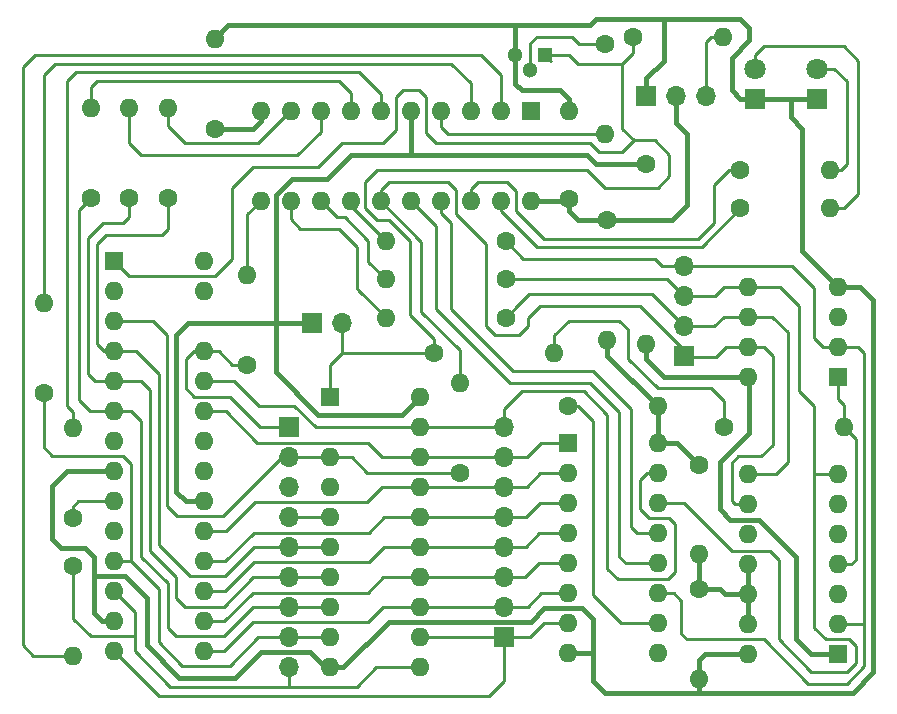
<source format=gbr>
G04 #@! TF.GenerationSoftware,KiCad,Pcbnew,5.1.6-c6e7f7d~87~ubuntu19.10.1*
G04 #@! TF.CreationDate,2020-11-03T03:18:30+01:00*
G04 #@! TF.ProjectId,fusedoctor,66757365-646f-4637-946f-722e6b696361,rev?*
G04 #@! TF.SameCoordinates,Original*
G04 #@! TF.FileFunction,Copper,L2,Bot*
G04 #@! TF.FilePolarity,Positive*
%FSLAX46Y46*%
G04 Gerber Fmt 4.6, Leading zero omitted, Abs format (unit mm)*
G04 Created by KiCad (PCBNEW 5.1.6-c6e7f7d~87~ubuntu19.10.1) date 2020-11-03 03:18:30*
%MOMM*%
%LPD*%
G01*
G04 APERTURE LIST*
G04 #@! TA.AperFunction,ComponentPad*
%ADD10O,1.600000X1.600000*%
G04 #@! TD*
G04 #@! TA.AperFunction,ComponentPad*
%ADD11C,1.600000*%
G04 #@! TD*
G04 #@! TA.AperFunction,ComponentPad*
%ADD12R,1.600000X1.600000*%
G04 #@! TD*
G04 #@! TA.AperFunction,ComponentPad*
%ADD13O,1.700000X1.700000*%
G04 #@! TD*
G04 #@! TA.AperFunction,ComponentPad*
%ADD14R,1.700000X1.700000*%
G04 #@! TD*
G04 #@! TA.AperFunction,ComponentPad*
%ADD15C,1.300000*%
G04 #@! TD*
G04 #@! TA.AperFunction,ComponentPad*
%ADD16R,1.300000X1.300000*%
G04 #@! TD*
G04 #@! TA.AperFunction,ComponentPad*
%ADD17C,1.800000*%
G04 #@! TD*
G04 #@! TA.AperFunction,ComponentPad*
%ADD18R,1.800000X1.800000*%
G04 #@! TD*
G04 #@! TA.AperFunction,Conductor*
%ADD19C,0.250000*%
G04 #@! TD*
G04 #@! TA.AperFunction,Conductor*
%ADD20C,0.400000*%
G04 #@! TD*
G04 APERTURE END LIST*
D10*
G04 #@! TO.P,JP5,2*
G04 #@! TO.N,GND*
X68250000Y-102880000D03*
D11*
G04 #@! TO.P,JP5,1*
X68250000Y-110500000D03*
G04 #@! TD*
D10*
G04 #@! TO.P,R1,2*
G04 #@! TO.N,+12V*
X111250000Y-102750000D03*
D11*
G04 #@! TO.P,R1,1*
G04 #@! TO.N,RESET*
X103630000Y-102750000D03*
G04 #@! TD*
D10*
G04 #@! TO.P,JP2,2*
G04 #@! TO.N,VCC*
X104750000Y-128740000D03*
D11*
G04 #@! TO.P,JP2,1*
X104750000Y-113500000D03*
G04 #@! TD*
D10*
G04 #@! TO.P,JP1,2*
G04 #@! TO.N,+5V*
X101500000Y-128410000D03*
D11*
G04 #@! TO.P,JP1,1*
X101500000Y-118250000D03*
G04 #@! TD*
D10*
G04 #@! TO.P,R8,2*
G04 #@! TO.N,Net-(R8-Pad2)*
X82710000Y-120000000D03*
D11*
G04 #@! TO.P,R8,1*
G04 #@! TO.N,SCI*
X92870000Y-120000000D03*
G04 #@! TD*
D10*
G04 #@! TO.P,R7,2*
G04 #@! TO.N,Net-(R7-Pad2)*
X82710000Y-123250000D03*
D11*
G04 #@! TO.P,R7,1*
G04 #@! TO.N,SDI*
X92870000Y-123250000D03*
G04 #@! TD*
D10*
G04 #@! TO.P,R6,2*
G04 #@! TO.N,Net-(R6-Pad2)*
X82710000Y-126500000D03*
D11*
G04 #@! TO.P,R6,1*
G04 #@! TO.N,SII*
X92870000Y-126500000D03*
G04 #@! TD*
D10*
G04 #@! TO.P,U5,28*
G04 #@! TO.N,N/C*
X67370000Y-121730000D03*
G04 #@! TO.P,U5,14*
G04 #@! TO.N,/Data0*
X59750000Y-154750000D03*
G04 #@! TO.P,U5,27*
G04 #@! TO.N,N/C*
X67370000Y-124270000D03*
G04 #@! TO.P,U5,13*
G04 #@! TO.N,GND*
X59750000Y-152210000D03*
G04 #@! TO.P,U5,12*
G04 #@! TO.N,XA1*
X59750000Y-149670000D03*
G04 #@! TO.P,U5,25*
G04 #@! TO.N,BS2*
X67370000Y-129350000D03*
G04 #@! TO.P,U5,11*
G04 #@! TO.N,XA0*
X59750000Y-147130000D03*
G04 #@! TO.P,U5,24*
G04 #@! TO.N,/Data7*
X67370000Y-131890000D03*
G04 #@! TO.P,U5,10*
G04 #@! TO.N,N/C*
X59750000Y-144590000D03*
G04 #@! TO.P,U5,23*
G04 #@! TO.N,/Data6*
X67370000Y-134430000D03*
G04 #@! TO.P,U5,9*
G04 #@! TO.N,XTAL1*
X59750000Y-142050000D03*
G04 #@! TO.P,U5,22*
G04 #@! TO.N,GND*
X67370000Y-136970000D03*
G04 #@! TO.P,U5,8*
X59750000Y-139510000D03*
G04 #@! TO.P,U5,21*
G04 #@! TO.N,N/C*
X67370000Y-139510000D03*
G04 #@! TO.P,U5,7*
G04 #@! TO.N,VCC*
X59750000Y-136970000D03*
G04 #@! TO.P,U5,20*
X67370000Y-142050000D03*
G04 #@! TO.P,U5,6*
G04 #@! TO.N,BS1*
X59750000Y-134430000D03*
G04 #@! TO.P,U5,19*
G04 #@! TO.N,/Data5*
X67370000Y-144590000D03*
G04 #@! TO.P,U5,5*
G04 #@! TO.N,~WR*
X59750000Y-131890000D03*
G04 #@! TO.P,U5,18*
G04 #@! TO.N,/Data4*
X67370000Y-147130000D03*
G04 #@! TO.P,U5,4*
G04 #@! TO.N,~OE*
X59750000Y-129350000D03*
G04 #@! TO.P,U5,17*
G04 #@! TO.N,/Data3*
X67370000Y-149670000D03*
G04 #@! TO.P,U5,3*
G04 #@! TO.N,RDY*
X59750000Y-126810000D03*
G04 #@! TO.P,U5,16*
G04 #@! TO.N,/Data2*
X67370000Y-152210000D03*
G04 #@! TO.P,U5,2*
G04 #@! TO.N,N/C*
X59750000Y-124270000D03*
G04 #@! TO.P,U5,15*
G04 #@! TO.N,/Data1*
X67370000Y-154750000D03*
D12*
G04 #@! TO.P,U5,1*
G04 #@! TO.N,RESET*
X59750000Y-121730000D03*
G04 #@! TD*
D10*
G04 #@! TO.P,JP4,2*
G04 #@! TO.N,RESET*
X97000000Y-129500000D03*
D11*
G04 #@! TO.P,JP4,1*
X86840000Y-129500000D03*
G04 #@! TD*
D12*
G04 #@! TO.P,U1,1*
G04 #@! TO.N,N/C*
X95000000Y-109000000D03*
D10*
G04 #@! TO.P,U1,11*
G04 #@! TO.N,Net-(R15-Pad2)*
X72140000Y-116620000D03*
G04 #@! TO.P,U1,2*
G04 #@! TO.N,Net-(R9-Pad2)*
X92460000Y-109000000D03*
G04 #@! TO.P,U1,12*
G04 #@! TO.N,Net-(R6-Pad2)*
X74680000Y-116620000D03*
G04 #@! TO.P,U1,3*
G04 #@! TO.N,Net-(R10-Pad2)*
X89920000Y-109000000D03*
G04 #@! TO.P,U1,13*
G04 #@! TO.N,Net-(R7-Pad2)*
X77220000Y-116620000D03*
G04 #@! TO.P,U1,4*
G04 #@! TO.N,Net-(R2-Pad2)*
X87380000Y-109000000D03*
G04 #@! TO.P,U1,14*
G04 #@! TO.N,Net-(R8-Pad2)*
X79760000Y-116620000D03*
G04 #@! TO.P,U1,5*
G04 #@! TO.N,VCC*
X84840000Y-109000000D03*
G04 #@! TO.P,U1,15*
G04 #@! TO.N,RDY*
X82300000Y-116620000D03*
G04 #@! TO.P,U1,6*
G04 #@! TO.N,Net-(R11-Pad2)*
X82300000Y-109000000D03*
G04 #@! TO.P,U1,16*
G04 #@! TO.N,HC_LD*
X84840000Y-116620000D03*
G04 #@! TO.P,U1,7*
G04 #@! TO.N,Net-(R12-Pad2)*
X79760000Y-109000000D03*
G04 #@! TO.P,U1,17*
G04 #@! TO.N,~HC_OE*
X87380000Y-116620000D03*
G04 #@! TO.P,U1,8*
G04 #@! TO.N,Net-(R13-Pad2)*
X77220000Y-109000000D03*
G04 #@! TO.P,U1,18*
G04 #@! TO.N,LEDG*
X89920000Y-116620000D03*
G04 #@! TO.P,U1,9*
G04 #@! TO.N,Net-(R14-Pad2)*
X74680000Y-109000000D03*
G04 #@! TO.P,U1,19*
G04 #@! TO.N,LEDR*
X92460000Y-116620000D03*
G04 #@! TO.P,U1,10*
G04 #@! TO.N,GND*
X72140000Y-109000000D03*
G04 #@! TO.P,U1,20*
G04 #@! TO.N,+5V*
X95000000Y-116620000D03*
G04 #@! TD*
D13*
G04 #@! TO.P,J2,9*
G04 #@! TO.N,XA1*
X74500000Y-156120000D03*
G04 #@! TO.P,J2,8*
G04 #@! TO.N,XA0*
X74500000Y-153580000D03*
G04 #@! TO.P,J2,7*
G04 #@! TO.N,BS1*
X74500000Y-151040000D03*
G04 #@! TO.P,J2,6*
G04 #@! TO.N,~WR*
X74500000Y-148500000D03*
G04 #@! TO.P,J2,5*
G04 #@! TO.N,~OE*
X74500000Y-145960000D03*
G04 #@! TO.P,J2,4*
G04 #@! TO.N,XTAL1*
X74500000Y-143420000D03*
G04 #@! TO.P,J2,3*
G04 #@! TO.N,N/C*
X74500000Y-140880000D03*
G04 #@! TO.P,J2,2*
G04 #@! TO.N,RDY*
X74500000Y-138340000D03*
D14*
G04 #@! TO.P,J2,1*
G04 #@! TO.N,BS2*
X74500000Y-135800000D03*
G04 #@! TD*
D12*
G04 #@! TO.P,U6,1*
G04 #@! TO.N,RESET*
X78000000Y-133250000D03*
D10*
G04 #@! TO.P,U6,11*
G04 #@! TO.N,XA1*
X85620000Y-156110000D03*
G04 #@! TO.P,U6,12*
G04 #@! TO.N,/Data0*
X85620000Y-153570000D03*
G04 #@! TO.P,U6,3*
G04 #@! TO.N,RDY*
X78000000Y-138330000D03*
G04 #@! TO.P,U6,13*
G04 #@! TO.N,/Data1*
X85620000Y-151030000D03*
G04 #@! TO.P,U6,4*
G04 #@! TO.N,N/C*
X78000000Y-140870000D03*
G04 #@! TO.P,U6,14*
G04 #@! TO.N,/Data2*
X85620000Y-148490000D03*
G04 #@! TO.P,U6,5*
G04 #@! TO.N,XTAL1*
X78000000Y-143410000D03*
G04 #@! TO.P,U6,15*
G04 #@! TO.N,/Data3*
X85620000Y-145950000D03*
G04 #@! TO.P,U6,6*
G04 #@! TO.N,~OE*
X78000000Y-145950000D03*
G04 #@! TO.P,U6,16*
G04 #@! TO.N,/Data4*
X85620000Y-143410000D03*
G04 #@! TO.P,U6,7*
G04 #@! TO.N,~WR*
X78000000Y-148490000D03*
G04 #@! TO.P,U6,17*
G04 #@! TO.N,/Data5*
X85620000Y-140870000D03*
G04 #@! TO.P,U6,8*
G04 #@! TO.N,BS1*
X78000000Y-151030000D03*
G04 #@! TO.P,U6,18*
G04 #@! TO.N,/Data6*
X85620000Y-138330000D03*
G04 #@! TO.P,U6,9*
G04 #@! TO.N,XA0*
X78000000Y-153570000D03*
G04 #@! TO.P,U6,19*
G04 #@! TO.N,/Data7*
X85620000Y-135790000D03*
G04 #@! TO.P,U6,10*
G04 #@! TO.N,GND*
X78000000Y-156110000D03*
G04 #@! TO.P,U6,20*
G04 #@! TO.N,VCC*
X85620000Y-133250000D03*
G04 #@! TD*
D15*
G04 #@! TO.P,Q1,2*
G04 #@! TO.N,Net-(Q1-Pad2)*
X94980000Y-105520000D03*
G04 #@! TO.P,Q1,3*
G04 #@! TO.N,GND*
X93710000Y-104250000D03*
D16*
G04 #@! TO.P,Q1,1*
G04 #@! TO.N,RESET*
X96250000Y-104250000D03*
G04 #@! TD*
D11*
G04 #@! TO.P,JP7,1*
G04 #@! TO.N,RDY*
X89000000Y-139620000D03*
D10*
G04 #@! TO.P,JP7,2*
X89000000Y-132000000D03*
G04 #@! TD*
G04 #@! TO.P,JP3,2*
G04 #@! TO.N,RESET*
X121500000Y-135750000D03*
D11*
G04 #@! TO.P,JP3,1*
X111340000Y-135750000D03*
G04 #@! TD*
D10*
G04 #@! TO.P,JP6,2*
G04 #@! TO.N,GND*
X109250000Y-157120000D03*
D11*
G04 #@! TO.P,JP6,1*
X109250000Y-149500000D03*
G04 #@! TD*
D10*
G04 #@! TO.P,R2,2*
G04 #@! TO.N,Net-(R2-Pad2)*
X101250000Y-111000000D03*
D11*
G04 #@! TO.P,R2,1*
G04 #@! TO.N,Net-(Q1-Pad2)*
X101250000Y-103380000D03*
G04 #@! TD*
D13*
G04 #@! TO.P,J5,2*
G04 #@! TO.N,RESET*
X79040000Y-127000000D03*
D14*
G04 #@! TO.P,J5,1*
G04 #@! TO.N,VCC*
X76500000Y-127000000D03*
G04 #@! TD*
D13*
G04 #@! TO.P,J3,4*
G04 #@! TO.N,SCI*
X108000000Y-122130000D03*
G04 #@! TO.P,J3,3*
G04 #@! TO.N,SDI*
X108000000Y-124670000D03*
G04 #@! TO.P,J3,2*
G04 #@! TO.N,SII*
X108000000Y-127210000D03*
D14*
G04 #@! TO.P,J3,1*
G04 #@! TO.N,RDY*
X108000000Y-129750000D03*
G04 #@! TD*
D10*
G04 #@! TO.P,U2,16*
G04 #@! TO.N,+5V*
X105770000Y-137150000D03*
G04 #@! TO.P,U2,8*
G04 #@! TO.N,GND*
X98150000Y-154930000D03*
G04 #@! TO.P,U2,15*
G04 #@! TO.N,/Data7*
X105770000Y-139690000D03*
G04 #@! TO.P,U2,7*
G04 #@! TO.N,/Data0*
X98150000Y-152390000D03*
G04 #@! TO.P,U2,14*
G04 #@! TO.N,SDI*
X105770000Y-142230000D03*
G04 #@! TO.P,U2,6*
G04 #@! TO.N,/Data1*
X98150000Y-149850000D03*
G04 #@! TO.P,U2,13*
G04 #@! TO.N,~HC_OE*
X105770000Y-144770000D03*
G04 #@! TO.P,U2,5*
G04 #@! TO.N,/Data2*
X98150000Y-147310000D03*
G04 #@! TO.P,U2,12*
G04 #@! TO.N,HC_LD*
X105770000Y-147310000D03*
G04 #@! TO.P,U2,4*
G04 #@! TO.N,/Data3*
X98150000Y-144770000D03*
G04 #@! TO.P,U2,11*
G04 #@! TO.N,SCI*
X105770000Y-149850000D03*
G04 #@! TO.P,U2,3*
G04 #@! TO.N,/Data4*
X98150000Y-142230000D03*
G04 #@! TO.P,U2,10*
G04 #@! TO.N,Net-(R5-Pad1)*
X105770000Y-152390000D03*
G04 #@! TO.P,U2,2*
G04 #@! TO.N,/Data5*
X98150000Y-139690000D03*
G04 #@! TO.P,U2,9*
G04 #@! TO.N,N/C*
X105770000Y-154930000D03*
D12*
G04 #@! TO.P,U2,1*
G04 #@! TO.N,/Data6*
X98150000Y-137150000D03*
G04 #@! TD*
D10*
G04 #@! TO.P,C2,2*
G04 #@! TO.N,GND*
X109250000Y-146500000D03*
D11*
G04 #@! TO.P,C2,1*
G04 #@! TO.N,+5V*
X109250000Y-139000000D03*
G04 #@! TD*
D10*
G04 #@! TO.P,C1,2*
G04 #@! TO.N,GND*
X98250000Y-109000000D03*
D11*
G04 #@! TO.P,C1,1*
G04 #@! TO.N,+5V*
X98250000Y-116500000D03*
G04 #@! TD*
D10*
G04 #@! TO.P,R14,2*
G04 #@! TO.N,Net-(R14-Pad2)*
X64250000Y-108750000D03*
D11*
G04 #@! TO.P,R14,1*
G04 #@! TO.N,~OE*
X64250000Y-116370000D03*
G04 #@! TD*
D13*
G04 #@! TO.P,J1,8*
G04 #@! TO.N,/Data7*
X92750000Y-135760000D03*
G04 #@! TO.P,J1,7*
G04 #@! TO.N,/Data6*
X92750000Y-138300000D03*
G04 #@! TO.P,J1,6*
G04 #@! TO.N,/Data5*
X92750000Y-140840000D03*
G04 #@! TO.P,J1,5*
G04 #@! TO.N,/Data4*
X92750000Y-143380000D03*
G04 #@! TO.P,J1,4*
G04 #@! TO.N,/Data3*
X92750000Y-145920000D03*
G04 #@! TO.P,J1,3*
G04 #@! TO.N,/Data2*
X92750000Y-148460000D03*
G04 #@! TO.P,J1,2*
G04 #@! TO.N,/Data1*
X92750000Y-151000000D03*
D14*
G04 #@! TO.P,J1,1*
G04 #@! TO.N,/Data0*
X92750000Y-153540000D03*
G04 #@! TD*
D10*
G04 #@! TO.P,R15,2*
G04 #@! TO.N,Net-(R15-Pad2)*
X71000000Y-122880000D03*
D11*
G04 #@! TO.P,R15,1*
G04 #@! TO.N,BS2*
X71000000Y-130500000D03*
G04 #@! TD*
D10*
G04 #@! TO.P,R10,2*
G04 #@! TO.N,Net-(R10-Pad2)*
X53750000Y-125250000D03*
D11*
G04 #@! TO.P,R10,1*
G04 #@! TO.N,XA0*
X53750000Y-132870000D03*
G04 #@! TD*
D10*
G04 #@! TO.P,R9,2*
G04 #@! TO.N,Net-(R9-Pad2)*
X56250000Y-155120000D03*
D11*
G04 #@! TO.P,R9,1*
G04 #@! TO.N,XA1*
X56250000Y-147500000D03*
G04 #@! TD*
G04 #@! TO.P,R5,1*
G04 #@! TO.N,Net-(R5-Pad1)*
X98130000Y-134000000D03*
D10*
G04 #@! TO.P,R5,2*
G04 #@! TO.N,+5V*
X105750000Y-134000000D03*
G04 #@! TD*
G04 #@! TO.P,R4,2*
G04 #@! TO.N,Net-(D2-Pad2)*
X120370000Y-117250000D03*
D11*
G04 #@! TO.P,R4,1*
G04 #@! TO.N,LEDR*
X112750000Y-117250000D03*
G04 #@! TD*
D10*
G04 #@! TO.P,R3,2*
G04 #@! TO.N,Net-(D1-Pad2)*
X120370000Y-114000000D03*
D11*
G04 #@! TO.P,R3,1*
G04 #@! TO.N,LEDG*
X112750000Y-114000000D03*
G04 #@! TD*
D17*
G04 #@! TO.P,D2,2*
G04 #@! TO.N,Net-(D2-Pad2)*
X114000000Y-105460000D03*
D18*
G04 #@! TO.P,D2,1*
G04 #@! TO.N,GND*
X114000000Y-108000000D03*
G04 #@! TD*
D17*
G04 #@! TO.P,D1,2*
G04 #@! TO.N,Net-(D1-Pad2)*
X119250000Y-105460000D03*
D18*
G04 #@! TO.P,D1,1*
G04 #@! TO.N,GND*
X119250000Y-108000000D03*
G04 #@! TD*
D13*
G04 #@! TO.P,J4,3*
G04 #@! TO.N,+12V*
X109830000Y-107750000D03*
G04 #@! TO.P,J4,2*
G04 #@! TO.N,+5V*
X107290000Y-107750000D03*
D14*
G04 #@! TO.P,J4,1*
G04 #@! TO.N,GND*
X104750000Y-107750000D03*
G04 #@! TD*
D12*
G04 #@! TO.P,U4,1*
G04 #@! TO.N,VCC*
X121000000Y-155000000D03*
D10*
G04 #@! TO.P,U4,8*
G04 #@! TO.N,SII*
X113380000Y-139760000D03*
G04 #@! TO.P,U4,2*
G04 #@! TO.N,SCI*
X121000000Y-152460000D03*
G04 #@! TO.P,U4,9*
G04 #@! TO.N,RDY*
X113380000Y-142300000D03*
G04 #@! TO.P,U4,3*
G04 #@! TO.N,N/C*
X121000000Y-149920000D03*
G04 #@! TO.P,U4,10*
X113380000Y-144840000D03*
G04 #@! TO.P,U4,4*
G04 #@! TO.N,RESET*
X121000000Y-147380000D03*
G04 #@! TO.P,U4,11*
G04 #@! TO.N,GND*
X113380000Y-147380000D03*
G04 #@! TO.P,U4,5*
G04 #@! TO.N,N/C*
X121000000Y-144840000D03*
G04 #@! TO.P,U4,12*
G04 #@! TO.N,GND*
X113380000Y-149920000D03*
G04 #@! TO.P,U4,6*
G04 #@! TO.N,N/C*
X121000000Y-142300000D03*
G04 #@! TO.P,U4,13*
G04 #@! TO.N,GND*
X113380000Y-152460000D03*
G04 #@! TO.P,U4,7*
G04 #@! TO.N,SDI*
X121000000Y-139760000D03*
G04 #@! TO.P,U4,14*
G04 #@! TO.N,GND*
X113380000Y-155000000D03*
G04 #@! TD*
D12*
G04 #@! TO.P,U3,1*
G04 #@! TO.N,RESET*
X121000000Y-131500000D03*
D10*
G04 #@! TO.P,U3,5*
G04 #@! TO.N,SDI*
X113380000Y-123880000D03*
G04 #@! TO.P,U3,2*
G04 #@! TO.N,SCI*
X121000000Y-128960000D03*
G04 #@! TO.P,U3,6*
G04 #@! TO.N,SII*
X113380000Y-126420000D03*
G04 #@! TO.P,U3,3*
G04 #@! TO.N,N/C*
X121000000Y-126420000D03*
G04 #@! TO.P,U3,7*
G04 #@! TO.N,RDY*
X113380000Y-128960000D03*
G04 #@! TO.P,U3,4*
G04 #@! TO.N,GND*
X121000000Y-123880000D03*
G04 #@! TO.P,U3,8*
G04 #@! TO.N,VCC*
X113380000Y-131500000D03*
G04 #@! TD*
G04 #@! TO.P,R13,2*
G04 #@! TO.N,Net-(R13-Pad2)*
X61000000Y-108750000D03*
D11*
G04 #@! TO.P,R13,1*
G04 #@! TO.N,~WR*
X61000000Y-116370000D03*
G04 #@! TD*
G04 #@! TO.P,R12,1*
G04 #@! TO.N,BS1*
X57750000Y-116370000D03*
D10*
G04 #@! TO.P,R12,2*
G04 #@! TO.N,Net-(R12-Pad2)*
X57750000Y-108750000D03*
G04 #@! TD*
G04 #@! TO.P,R11,2*
G04 #@! TO.N,Net-(R11-Pad2)*
X56250000Y-135880000D03*
D11*
G04 #@! TO.P,R11,1*
G04 #@! TO.N,XTAL1*
X56250000Y-143500000D03*
G04 #@! TD*
D19*
G04 #@! TO.N,/Data7*
X92720000Y-135790000D02*
X92750000Y-135760000D01*
X85620000Y-135790000D02*
X92720000Y-135790000D01*
X69890000Y-131890000D02*
X67370000Y-131890000D01*
X72000000Y-134000000D02*
X69890000Y-131890000D01*
X75000000Y-134000000D02*
X72000000Y-134000000D01*
X76790000Y-135790000D02*
X75000000Y-134000000D01*
X85620000Y-135790000D02*
X76790000Y-135790000D01*
X92750000Y-134250000D02*
X92750000Y-135760000D01*
X94250000Y-132750000D02*
X92750000Y-134250000D01*
X105770000Y-139690000D02*
X104810000Y-139690000D01*
X104810000Y-139690000D02*
X104250000Y-140250000D01*
X107250000Y-148000000D02*
X106650000Y-148600000D01*
X104250000Y-142750000D02*
X105000000Y-143500000D01*
X104250000Y-140250000D02*
X104250000Y-142750000D01*
X105000000Y-143500000D02*
X106750000Y-143500000D01*
X106750000Y-143500000D02*
X107250000Y-144000000D01*
X106650000Y-148600000D02*
X102350000Y-148600000D01*
X102350000Y-148600000D02*
X101500000Y-147750000D01*
X101500000Y-147750000D02*
X101500000Y-134750000D01*
X107250000Y-144000000D02*
X107250000Y-148000000D01*
X101500000Y-134750000D02*
X99500000Y-132750000D01*
X99500000Y-132750000D02*
X94250000Y-132750000D01*
G04 #@! TO.N,/Data6*
X96600000Y-137150000D02*
X98150000Y-137150000D01*
X92720000Y-138330000D02*
X92750000Y-138300000D01*
X85620000Y-138330000D02*
X92720000Y-138330000D01*
X92750000Y-138300000D02*
X94700000Y-138300000D01*
X95850000Y-137150000D02*
X96600000Y-137150000D01*
X94700000Y-138300000D02*
X95850000Y-137150000D01*
X85620000Y-138330000D02*
X82445000Y-138330000D01*
X69180000Y-134430000D02*
X67370000Y-134430000D01*
X71850000Y-137100000D02*
X69180000Y-134430000D01*
X82445000Y-138330000D02*
X81215000Y-137100000D01*
X81215000Y-137100000D02*
X71850000Y-137100000D01*
G04 #@! TO.N,/Data5*
X98150000Y-139690000D02*
X96810000Y-139690000D01*
X92720000Y-140870000D02*
X92750000Y-140840000D01*
X85620000Y-140870000D02*
X92720000Y-140870000D01*
X92750000Y-140840000D02*
X94660000Y-140840000D01*
X95810000Y-139690000D02*
X96810000Y-139690000D01*
X94660000Y-140840000D02*
X95810000Y-139690000D01*
X69160000Y-144590000D02*
X67370000Y-144590000D01*
X81150000Y-142100000D02*
X71650000Y-142100000D01*
X82380000Y-140870000D02*
X81150000Y-142100000D01*
X71650000Y-142100000D02*
X69160000Y-144590000D01*
X85620000Y-140870000D02*
X82380000Y-140870000D01*
G04 #@! TO.N,/Data4*
X98150000Y-142230000D02*
X96645000Y-142230000D01*
X92720000Y-143410000D02*
X92750000Y-143380000D01*
X85620000Y-143410000D02*
X92720000Y-143410000D01*
X92750000Y-143380000D02*
X94620000Y-143380000D01*
X95770000Y-142230000D02*
X96645000Y-142230000D01*
X94620000Y-143380000D02*
X95770000Y-142230000D01*
X69120000Y-147130000D02*
X67370000Y-147130000D01*
X81300000Y-144700000D02*
X71550000Y-144700000D01*
X82590000Y-143410000D02*
X81300000Y-144700000D01*
X85620000Y-143410000D02*
X82590000Y-143410000D01*
X71550000Y-144700000D02*
X69120000Y-147130000D01*
G04 #@! TO.N,/Data3*
X98150000Y-144770000D02*
X96730000Y-144770000D01*
X92720000Y-145950000D02*
X92750000Y-145920000D01*
X85620000Y-145950000D02*
X92720000Y-145950000D01*
X92750000Y-145920000D02*
X94580000Y-145920000D01*
X95730000Y-144770000D02*
X96730000Y-144770000D01*
X94580000Y-145920000D02*
X95730000Y-144770000D01*
X69080000Y-149670000D02*
X67370000Y-149670000D01*
X82550000Y-145950000D02*
X81300000Y-147200000D01*
X81300000Y-147200000D02*
X71550000Y-147200000D01*
X85620000Y-145950000D02*
X82550000Y-145950000D01*
X71550000Y-147200000D02*
X69080000Y-149670000D01*
G04 #@! TO.N,/Data2*
X98150000Y-147310000D02*
X96690000Y-147310000D01*
X92750000Y-148460000D02*
X94540000Y-148460000D01*
X95690000Y-147310000D02*
X96690000Y-147310000D01*
X94540000Y-148460000D02*
X95690000Y-147310000D01*
X69040000Y-152210000D02*
X67370000Y-152210000D01*
X81200000Y-149800000D02*
X71450000Y-149800000D01*
X82510000Y-148490000D02*
X81200000Y-149800000D01*
X85620000Y-148490000D02*
X82510000Y-148490000D01*
X85620000Y-148490000D02*
X92720000Y-148490000D01*
X92720000Y-148490000D02*
X92750000Y-148460000D01*
X71450000Y-149800000D02*
X69040000Y-152210000D01*
G04 #@! TO.N,SII*
X93870000Y-125500000D02*
X92870000Y-126500000D01*
X113380000Y-126420000D02*
X111330000Y-126420000D01*
X111330000Y-126420000D02*
X110540000Y-127210000D01*
X110540000Y-127210000D02*
X108000000Y-127210000D01*
X113390000Y-139750000D02*
X113380000Y-139760000D01*
X115750000Y-139750000D02*
X113390000Y-139750000D01*
X116750000Y-138750000D02*
X115750000Y-139750000D01*
X115420000Y-126420000D02*
X116750000Y-127750000D01*
X116750000Y-127750000D02*
X116750000Y-138750000D01*
X113380000Y-126420000D02*
X115420000Y-126420000D01*
X108000000Y-127210000D02*
X105290000Y-124500000D01*
X94870000Y-124500000D02*
X93870000Y-125500000D01*
X105290000Y-124500000D02*
X94870000Y-124500000D01*
G04 #@! TO.N,SDI*
X111380000Y-123880000D02*
X113380000Y-123880000D01*
X110590000Y-124670000D02*
X111380000Y-123880000D01*
X108000000Y-124670000D02*
X110590000Y-124670000D01*
X119010000Y-139760000D02*
X121000000Y-139760000D01*
X119010000Y-139760000D02*
X119010000Y-152760000D01*
X119010000Y-152760000D02*
X120000000Y-153750000D01*
X112000000Y-146250000D02*
X107980000Y-142230000D01*
X120000000Y-153750000D02*
X121935002Y-153750000D01*
X121935002Y-153750000D02*
X122500000Y-154314998D01*
X122500000Y-154314998D02*
X122500000Y-155750000D01*
X116000000Y-153750000D02*
X116000000Y-147000000D01*
X122500000Y-155750000D02*
X121750000Y-156500000D01*
X121750000Y-156500000D02*
X118750000Y-156500000D01*
X118750000Y-156500000D02*
X116000000Y-153750000D01*
X116000000Y-147000000D02*
X115250000Y-146250000D01*
X115250000Y-146250000D02*
X112000000Y-146250000D01*
X107980000Y-142230000D02*
X105770000Y-142230000D01*
X117750000Y-125500000D02*
X117750000Y-132750000D01*
X117750000Y-132750000D02*
X119010000Y-134010000D01*
X116130000Y-123880000D02*
X117750000Y-125500000D01*
X119010000Y-134010000D02*
X119010000Y-139760000D01*
X113380000Y-123880000D02*
X116130000Y-123880000D01*
X106580000Y-123250000D02*
X108000000Y-124670000D01*
X92870000Y-123250000D02*
X106580000Y-123250000D01*
G04 #@! TO.N,XA1*
X74500000Y-157750000D02*
X74500000Y-156080000D01*
X80250000Y-157750000D02*
X74500000Y-157750000D01*
X81890000Y-156110000D02*
X80250000Y-157750000D01*
X85620000Y-156110000D02*
X81890000Y-156110000D01*
X64500000Y-157750000D02*
X74500000Y-157750000D01*
X61500000Y-154750000D02*
X64500000Y-157750000D01*
X59750000Y-149670000D02*
X61500000Y-151420000D01*
X56250000Y-147500000D02*
X56250000Y-152000000D01*
X57750000Y-153500000D02*
X61500000Y-153500000D01*
X56250000Y-152000000D02*
X57750000Y-153500000D01*
X61500000Y-153500000D02*
X61500000Y-154750000D01*
X61500000Y-151420000D02*
X61500000Y-153500000D01*
G04 #@! TO.N,XA0*
X61130000Y-147130000D02*
X59750000Y-147130000D01*
X63500000Y-149500000D02*
X61130000Y-147130000D01*
X63500000Y-154000000D02*
X63500000Y-149500000D01*
X69500000Y-156000000D02*
X65500000Y-156000000D01*
X71940000Y-153560000D02*
X69500000Y-156000000D01*
X73250000Y-153560000D02*
X71940000Y-153560000D01*
X73260000Y-153570000D02*
X73250000Y-153560000D01*
X65500000Y-156000000D02*
X63500000Y-154000000D01*
X78000000Y-153570000D02*
X73260000Y-153570000D01*
X54500000Y-138250000D02*
X53750000Y-137500000D01*
X60500000Y-138250000D02*
X54500000Y-138250000D01*
X61130000Y-138880000D02*
X60500000Y-138250000D01*
X61130000Y-147130000D02*
X61130000Y-138880000D01*
X53750000Y-137500000D02*
X53750000Y-132870000D01*
G04 #@! TO.N,BS1*
X78000000Y-151030000D02*
X77990000Y-151020000D01*
X61180000Y-134430000D02*
X59750000Y-134430000D01*
X77990000Y-151020000D02*
X71480000Y-151020000D01*
X69000000Y-153500000D02*
X65000000Y-153500000D01*
X71480000Y-151020000D02*
X69000000Y-153500000D01*
X64250000Y-149000000D02*
X62000000Y-146750000D01*
X65000000Y-153500000D02*
X64250000Y-152750000D01*
X64250000Y-152750000D02*
X64250000Y-149000000D01*
X62000000Y-146750000D02*
X62000000Y-135250000D01*
X62000000Y-135250000D02*
X61180000Y-134430000D01*
X57680000Y-134430000D02*
X59750000Y-134430000D01*
X56750000Y-133500000D02*
X57680000Y-134430000D01*
X56750000Y-117370000D02*
X56750000Y-133500000D01*
X57750000Y-116370000D02*
X56750000Y-117370000D01*
G04 #@! TO.N,SCI*
X121210000Y-152460000D02*
X121000000Y-152460000D01*
X121000000Y-128960000D02*
X120290000Y-128960000D01*
X105770000Y-149850000D02*
X106400000Y-149850000D01*
X119710000Y-128960000D02*
X121000000Y-128960000D01*
X119000000Y-128250000D02*
X119710000Y-128960000D01*
X119000000Y-124000000D02*
X119000000Y-128250000D01*
X117130000Y-122130000D02*
X119000000Y-124000000D01*
X108000000Y-122130000D02*
X117130000Y-122130000D01*
X123250000Y-152460000D02*
X121000000Y-152460000D01*
X122460000Y-128960000D02*
X121000000Y-128960000D01*
X122710000Y-128960000D02*
X122460000Y-128960000D01*
X123250000Y-129500000D02*
X122710000Y-128960000D01*
X123250000Y-152460000D02*
X123250000Y-129500000D01*
X108250000Y-153750000D02*
X107750000Y-153250000D01*
X107750000Y-150500000D02*
X107100000Y-149850000D01*
X114750000Y-153750000D02*
X108250000Y-153750000D01*
X118500000Y-157500000D02*
X114750000Y-153750000D01*
X121750000Y-157500000D02*
X118500000Y-157500000D01*
X107100000Y-149850000D02*
X105770000Y-149850000D01*
X107750000Y-153250000D02*
X107750000Y-150500000D01*
X123250000Y-156000000D02*
X121750000Y-157500000D01*
X123250000Y-152460000D02*
X123250000Y-156000000D01*
X108000000Y-122130000D02*
X106130000Y-122130000D01*
X106130000Y-122130000D02*
X105500000Y-121500000D01*
X94370000Y-121500000D02*
X92870000Y-120000000D01*
X105500000Y-121500000D02*
X94370000Y-121500000D01*
G04 #@! TO.N,RDY*
X108750000Y-129830000D02*
X110670000Y-129830000D01*
X110670000Y-129830000D02*
X111540000Y-128960000D01*
X111540000Y-128960000D02*
X113380000Y-128960000D01*
X112300000Y-142300000D02*
X113380000Y-142300000D01*
X112000000Y-142000000D02*
X112300000Y-142300000D01*
X112000000Y-138812500D02*
X112000000Y-142000000D01*
X112562500Y-138250000D02*
X112000000Y-138812500D01*
X114500000Y-138250000D02*
X112562500Y-138250000D01*
X115500000Y-137250000D02*
X114500000Y-138250000D01*
X115500000Y-129750000D02*
X115500000Y-137250000D01*
X114710000Y-128960000D02*
X115500000Y-129750000D01*
X113380000Y-128960000D02*
X114710000Y-128960000D01*
X74510000Y-138330000D02*
X74500000Y-138340000D01*
X79830000Y-138330000D02*
X78000000Y-138330000D01*
X78000000Y-138330000D02*
X74510000Y-138330000D01*
X89000000Y-139620000D02*
X81120000Y-139620000D01*
X81120000Y-139620000D02*
X79830000Y-138330000D01*
X85750000Y-120070000D02*
X82300000Y-116620000D01*
X85750000Y-126000000D02*
X85750000Y-120070000D01*
X89000000Y-129250000D02*
X85750000Y-126000000D01*
X89000000Y-132000000D02*
X89000000Y-129250000D01*
X73910000Y-138340000D02*
X74500000Y-138340000D01*
X68950000Y-143300000D02*
X73910000Y-138340000D01*
X65050000Y-143300000D02*
X68950000Y-143300000D01*
X64224990Y-142474990D02*
X65050000Y-143300000D01*
X64224990Y-127974990D02*
X64224990Y-142474990D01*
X63060000Y-126810000D02*
X64224990Y-127974990D01*
X59750000Y-126810000D02*
X63060000Y-126810000D01*
X82300000Y-115700000D02*
X82300000Y-116620000D01*
X83000000Y-115000000D02*
X82300000Y-115700000D01*
X108000000Y-129750000D02*
X108000000Y-129250000D01*
X108000000Y-129250000D02*
X104250000Y-125500000D01*
X91250000Y-127250000D02*
X91250000Y-120250000D01*
X95750000Y-125500000D02*
X94750000Y-126500000D01*
X94750000Y-127250000D02*
X94000000Y-128000000D01*
X94000000Y-128000000D02*
X92000000Y-128000000D01*
X94750000Y-126500000D02*
X94750000Y-127250000D01*
X92000000Y-128000000D02*
X91250000Y-127250000D01*
X88700000Y-115700000D02*
X88000000Y-115000000D01*
X104250000Y-125500000D02*
X95750000Y-125500000D01*
X91250000Y-120250000D02*
X88700000Y-117700000D01*
X88700000Y-117700000D02*
X88700000Y-115700000D01*
X88000000Y-115000000D02*
X83000000Y-115000000D01*
D20*
G04 #@! TO.N,GND*
X117000000Y-108000000D02*
X119250000Y-108000000D01*
X114000000Y-108000000D02*
X117000000Y-108000000D01*
X117000000Y-108000000D02*
X117000000Y-109500000D01*
X118000000Y-110500000D02*
X118000000Y-120880000D01*
X117000000Y-109500000D02*
X118000000Y-110500000D01*
X118000000Y-120880000D02*
X121000000Y-123880000D01*
X124000000Y-125000000D02*
X124000000Y-156500000D01*
X122880000Y-123880000D02*
X124000000Y-125000000D01*
X121000000Y-123880000D02*
X122880000Y-123880000D01*
X109250000Y-155500000D02*
X109250000Y-158250000D01*
X109750000Y-155000000D02*
X109250000Y-155500000D01*
X113380000Y-155000000D02*
X109750000Y-155000000D01*
X122250000Y-158250000D02*
X109250000Y-158250000D01*
X124000000Y-156500000D02*
X122250000Y-158250000D01*
X109250000Y-149500000D02*
X111000000Y-149500000D01*
X111420000Y-149920000D02*
X113380000Y-149920000D01*
X111000000Y-149500000D02*
X111420000Y-149920000D01*
X113380000Y-147380000D02*
X113380000Y-149920000D01*
X113380000Y-149920000D02*
X113380000Y-152460000D01*
X100250000Y-157250000D02*
X101250000Y-158250000D01*
X109250000Y-158250000D02*
X101250000Y-158250000D01*
X100180000Y-154930000D02*
X100250000Y-155000000D01*
X98150000Y-154930000D02*
X100180000Y-154930000D01*
X100250000Y-155000000D02*
X100250000Y-157250000D01*
X109250000Y-146500000D02*
X109250000Y-149500000D01*
X58000000Y-148500000D02*
X58000000Y-151250000D01*
X58710000Y-152210000D02*
X59750000Y-152210000D01*
X58000000Y-151500000D02*
X58710000Y-152210000D01*
X58000000Y-151250000D02*
X58000000Y-151500000D01*
X58000000Y-146750000D02*
X58000000Y-151250000D01*
X55250000Y-146000000D02*
X57250000Y-146000000D01*
X54500000Y-145250000D02*
X55250000Y-146000000D01*
X54500000Y-140750000D02*
X54500000Y-145250000D01*
X55740000Y-139510000D02*
X54500000Y-140750000D01*
X57250000Y-146000000D02*
X58000000Y-146750000D01*
X59750000Y-139510000D02*
X55740000Y-139510000D01*
X72140000Y-109860000D02*
X72140000Y-109000000D01*
X71500000Y-110500000D02*
X72140000Y-109860000D01*
X71500000Y-110500000D02*
X68250000Y-110500000D01*
X93710000Y-104250000D02*
X93710000Y-106710000D01*
X93710000Y-106710000D02*
X94250000Y-107250000D01*
X94250000Y-107250000D02*
X97500000Y-107250000D01*
X98250000Y-108000000D02*
X98250000Y-109000000D01*
X97500000Y-107250000D02*
X98250000Y-108000000D01*
X112000000Y-104500000D02*
X112000000Y-107250000D01*
X113500000Y-103000000D02*
X112000000Y-104500000D01*
X113500000Y-102000000D02*
X113500000Y-103000000D01*
X112750000Y-101250000D02*
X113500000Y-102000000D01*
X106250000Y-101250000D02*
X112750000Y-101250000D01*
X106250000Y-104750000D02*
X106250000Y-101250000D01*
X112750000Y-108000000D02*
X114000000Y-108000000D01*
X104750000Y-106250000D02*
X106250000Y-104750000D01*
X112000000Y-107250000D02*
X112750000Y-108000000D01*
X104750000Y-107750000D02*
X104750000Y-106250000D01*
X100000000Y-101750000D02*
X69380000Y-101750000D01*
X100500000Y-101250000D02*
X100000000Y-101750000D01*
X69380000Y-101750000D02*
X68250000Y-102880000D01*
X106250000Y-101250000D02*
X100500000Y-101250000D01*
X93710000Y-104250000D02*
X93710000Y-101750000D01*
X79140000Y-156110000D02*
X78000000Y-156110000D01*
X82996799Y-152253201D02*
X79140000Y-156110000D01*
X94996799Y-152253201D02*
X82996799Y-152253201D01*
X99350000Y-151100000D02*
X96150000Y-151100000D01*
X96150000Y-151100000D02*
X94996799Y-152253201D01*
X100250000Y-152000000D02*
X99350000Y-151100000D01*
X100250000Y-155000000D02*
X100250000Y-152000000D01*
X60650000Y-148400000D02*
X58100000Y-148400000D01*
X62500000Y-150250000D02*
X60650000Y-148400000D01*
X65250000Y-157000000D02*
X62500000Y-154250000D01*
X70000000Y-157000000D02*
X65250000Y-157000000D01*
X58100000Y-148400000D02*
X58030001Y-148469999D01*
X72150000Y-154850000D02*
X70000000Y-157000000D01*
X77610000Y-156110000D02*
X76350000Y-154850000D01*
X62500000Y-154250000D02*
X62500000Y-150250000D01*
X76350000Y-154850000D02*
X72150000Y-154850000D01*
X78000000Y-156110000D02*
X77610000Y-156110000D01*
G04 #@! TO.N,VCC*
X121000000Y-155000000D02*
X121500000Y-155000000D01*
X113380000Y-131500000D02*
X106250000Y-131500000D01*
X104750000Y-130000000D02*
X104750000Y-128870000D01*
X106250000Y-131500000D02*
X104750000Y-130000000D01*
X84840000Y-112750000D02*
X84840000Y-109000000D01*
X76500000Y-127000000D02*
X73400000Y-127000000D01*
X79750000Y-112750000D02*
X84840000Y-112750000D01*
X77750000Y-114750000D02*
X79750000Y-112750000D01*
X74750000Y-114750000D02*
X77750000Y-114750000D01*
X73400000Y-116100000D02*
X74750000Y-114750000D01*
X73400000Y-131150000D02*
X73400000Y-116100000D01*
X84120000Y-134750000D02*
X77000000Y-134750000D01*
X77000000Y-134750000D02*
X73400000Y-131150000D01*
X85620000Y-133250000D02*
X84120000Y-134750000D01*
X99750000Y-112750000D02*
X84840000Y-112750000D01*
X100500000Y-113500000D02*
X99750000Y-112750000D01*
X104750000Y-113500000D02*
X100500000Y-113500000D01*
X66000000Y-127000000D02*
X73400000Y-127000000D01*
X65800000Y-142050000D02*
X65000000Y-141250000D01*
X65000000Y-128000000D02*
X66000000Y-127000000D01*
X65000000Y-141250000D02*
X65000000Y-128000000D01*
X67370000Y-142050000D02*
X65800000Y-142050000D01*
X117500000Y-146750000D02*
X117500000Y-153750000D01*
X114350000Y-143600000D02*
X117500000Y-146750000D01*
X117500000Y-153750000D02*
X118750000Y-155000000D01*
X111000000Y-142750000D02*
X111850000Y-143600000D01*
X113500000Y-136250000D02*
X111000000Y-138750000D01*
X111850000Y-143600000D02*
X114350000Y-143600000D01*
X113500000Y-131620000D02*
X113500000Y-136250000D01*
X118750000Y-155000000D02*
X121000000Y-155000000D01*
X111000000Y-138750000D02*
X111000000Y-142750000D01*
X113380000Y-131500000D02*
X113500000Y-131620000D01*
D19*
G04 #@! TO.N,RESET*
X96750000Y-104750000D02*
X96250000Y-104250000D01*
X96250000Y-104250000D02*
X98250000Y-104250000D01*
X98250000Y-104250000D02*
X99000000Y-105000000D01*
X99000000Y-105000000D02*
X102750000Y-105000000D01*
X103630000Y-104120000D02*
X103630000Y-102750000D01*
X102750000Y-105000000D02*
X103630000Y-104120000D01*
X102750000Y-110500000D02*
X102750000Y-105000000D01*
X103750000Y-111500000D02*
X102750000Y-110500000D01*
X86840000Y-128340000D02*
X84750000Y-126250000D01*
X81000000Y-115000000D02*
X82000000Y-114000000D01*
X101250000Y-115500000D02*
X105750000Y-115500000D01*
X106750000Y-112750000D02*
X105500000Y-111500000D01*
X105750000Y-115500000D02*
X106750000Y-114500000D01*
X84750000Y-126250000D02*
X84750000Y-120000000D01*
X84750000Y-120000000D02*
X83000000Y-118250000D01*
X105500000Y-111500000D02*
X103750000Y-111500000D01*
X81000000Y-117250000D02*
X81000000Y-115000000D01*
X82000000Y-114000000D02*
X99750000Y-114000000D01*
X83000000Y-118250000D02*
X82000000Y-118250000D01*
X86840000Y-129750000D02*
X86840000Y-128340000D01*
X82000000Y-118250000D02*
X81000000Y-117250000D01*
X99750000Y-114000000D02*
X101250000Y-115500000D01*
X106750000Y-114500000D02*
X106750000Y-112750000D01*
X78000000Y-130500000D02*
X78000000Y-133250000D01*
X79000000Y-129500000D02*
X78000000Y-130500000D01*
X86840000Y-129500000D02*
X79000000Y-129500000D01*
X79000000Y-127040000D02*
X79040000Y-127000000D01*
X79000000Y-129500000D02*
X79000000Y-127040000D01*
X98250000Y-126750000D02*
X97000000Y-128000000D01*
X102500000Y-126750000D02*
X98250000Y-126750000D01*
X105750000Y-132500000D02*
X103250000Y-130000000D01*
X103250000Y-127500000D02*
X102500000Y-126750000D01*
X110250000Y-132500000D02*
X105750000Y-132500000D01*
X111340000Y-133590000D02*
X110250000Y-132500000D01*
X103250000Y-130000000D02*
X103250000Y-127500000D01*
X111340000Y-135750000D02*
X111340000Y-133590000D01*
X97000000Y-128000000D02*
X97000000Y-129500000D01*
X69750000Y-121500000D02*
X68250000Y-123000000D01*
X71500000Y-113750000D02*
X69750000Y-115500000D01*
X77000000Y-113750000D02*
X71500000Y-113750000D01*
X103750000Y-111500000D02*
X102750000Y-112500000D01*
X102750000Y-112500000D02*
X100750000Y-112500000D01*
X100750000Y-112500000D02*
X100000000Y-111750000D01*
X86100000Y-107850000D02*
X85500000Y-107250000D01*
X87000000Y-111750000D02*
X86100000Y-110850000D01*
X68250000Y-123000000D02*
X61020000Y-123000000D01*
X69750000Y-115500000D02*
X69750000Y-121500000D01*
X86100000Y-110850000D02*
X86100000Y-107850000D01*
X83600000Y-107837500D02*
X83600000Y-110650000D01*
X61020000Y-123000000D02*
X59750000Y-121730000D01*
X85500000Y-107250000D02*
X84187500Y-107250000D01*
X83600000Y-110650000D02*
X82500000Y-111750000D01*
X84187500Y-107250000D02*
X83600000Y-107837500D01*
X82500000Y-111750000D02*
X79000000Y-111750000D01*
X100000000Y-111750000D02*
X87000000Y-111750000D01*
X79000000Y-111750000D02*
X77000000Y-113750000D01*
X122500000Y-136750000D02*
X121500000Y-135750000D01*
X122500000Y-147000000D02*
X122500000Y-136750000D01*
X122120000Y-147380000D02*
X122500000Y-147000000D01*
X121000000Y-147380000D02*
X122120000Y-147380000D01*
X121000000Y-133400000D02*
X121000000Y-131500000D01*
X121500000Y-133900000D02*
X121000000Y-133400000D01*
X121500000Y-135750000D02*
X121500000Y-133900000D01*
G04 #@! TO.N,Net-(Q1-Pad2)*
X94980000Y-105520000D02*
X95020000Y-105520000D01*
X101250000Y-103380000D02*
X99130000Y-103380000D01*
X99130000Y-103380000D02*
X98500000Y-102750000D01*
X98500000Y-102750000D02*
X95500000Y-102750000D01*
X94980000Y-103270000D02*
X94980000Y-105520000D01*
X95500000Y-102750000D02*
X94980000Y-103270000D01*
G04 #@! TO.N,+12V*
X111250000Y-102750000D02*
X110250000Y-102750000D01*
X109830000Y-103170000D02*
X109830000Y-107750000D01*
X110250000Y-102750000D02*
X109830000Y-103170000D01*
G04 #@! TO.N,Net-(R7-Pad2)*
X78600000Y-118000000D02*
X77220000Y-116620000D01*
X79250000Y-118000000D02*
X78600000Y-118000000D01*
X81250000Y-120000000D02*
X79250000Y-118000000D01*
X81250000Y-121790000D02*
X81250000Y-120000000D01*
X82710000Y-123250000D02*
X81250000Y-121790000D01*
G04 #@! TO.N,Net-(R8-Pad2)*
X79760000Y-117050000D02*
X79760000Y-116620000D01*
X82710000Y-120000000D02*
X79760000Y-117050000D01*
G04 #@! TO.N,Net-(R9-Pad2)*
X92460000Y-105960000D02*
X92460000Y-109000000D01*
X90750000Y-104250000D02*
X92460000Y-105960000D01*
X53000000Y-104250000D02*
X90750000Y-104250000D01*
X52000000Y-105250000D02*
X53000000Y-104250000D01*
X52000000Y-154250000D02*
X52000000Y-105250000D01*
X52870000Y-155120000D02*
X52000000Y-154250000D01*
X56250000Y-155120000D02*
X52870000Y-155120000D01*
G04 #@! TO.N,Net-(R6-Pad2)*
X80500000Y-124250000D02*
X82710000Y-126460000D01*
X80250000Y-124000000D02*
X80500000Y-124250000D01*
X80250000Y-120500000D02*
X80250000Y-124000000D01*
X75500000Y-119000000D02*
X78750000Y-119000000D01*
X78750000Y-119000000D02*
X80250000Y-120500000D01*
X74680000Y-118180000D02*
X75500000Y-119000000D01*
X74680000Y-116620000D02*
X74680000Y-118180000D01*
G04 #@! TO.N,Net-(D1-Pad2)*
X120710000Y-105460000D02*
X119250000Y-105460000D01*
X121750000Y-106500000D02*
X120710000Y-105460000D01*
X121750000Y-113500000D02*
X121750000Y-106500000D01*
X121250000Y-114000000D02*
X121750000Y-113500000D01*
X120370000Y-114000000D02*
X121250000Y-114000000D01*
G04 #@! TO.N,Net-(D2-Pad2)*
X114000000Y-104250000D02*
X114000000Y-105460000D01*
X114750000Y-103500000D02*
X114000000Y-104250000D01*
X121500000Y-103500000D02*
X114750000Y-103500000D01*
X122750000Y-104750000D02*
X121500000Y-103500000D01*
X122750000Y-116000000D02*
X122750000Y-104750000D01*
X121500000Y-117250000D02*
X122750000Y-116000000D01*
X120370000Y-117250000D02*
X121500000Y-117250000D01*
G04 #@! TO.N,/Data1*
X98150000Y-149850000D02*
X96650000Y-149850000D01*
X92720000Y-151030000D02*
X92750000Y-151000000D01*
X85620000Y-151030000D02*
X92720000Y-151030000D01*
X92750000Y-151000000D02*
X94750000Y-151000000D01*
X95900000Y-149850000D02*
X96650000Y-149850000D01*
X94750000Y-151000000D02*
X95900000Y-149850000D01*
X71450000Y-152300000D02*
X69000000Y-154750000D01*
X69000000Y-154750000D02*
X67370000Y-154750000D01*
X81200000Y-152300000D02*
X71450000Y-152300000D01*
X82470000Y-151030000D02*
X81200000Y-152300000D01*
X85620000Y-151030000D02*
X82470000Y-151030000D01*
G04 #@! TO.N,/Data0*
X92720000Y-153570000D02*
X92750000Y-153540000D01*
X85620000Y-153570000D02*
X92720000Y-153570000D01*
X96610000Y-152390000D02*
X98150000Y-152390000D01*
X96110000Y-152390000D02*
X96610000Y-152390000D01*
X94960000Y-153540000D02*
X96110000Y-152390000D01*
X92750000Y-153540000D02*
X94960000Y-153540000D01*
X92750000Y-153540000D02*
X92750000Y-157250000D01*
X92750000Y-157250000D02*
X91500000Y-158500000D01*
X63500000Y-158500000D02*
X59750000Y-154750000D01*
X91500000Y-158500000D02*
X63500000Y-158500000D01*
G04 #@! TO.N,BS2*
X68600000Y-129350000D02*
X67370000Y-129350000D01*
X69750000Y-130500000D02*
X68600000Y-129350000D01*
X71000000Y-130500000D02*
X69750000Y-130500000D01*
X66450000Y-129350000D02*
X65800000Y-130000000D01*
X67370000Y-129350000D02*
X66450000Y-129350000D01*
X65800000Y-130000000D02*
X65800000Y-132500000D01*
X65800000Y-132500000D02*
X66500000Y-133200000D01*
X72100000Y-135800000D02*
X74500000Y-135800000D01*
X69500000Y-133200000D02*
X72100000Y-135800000D01*
X66500000Y-133200000D02*
X69500000Y-133200000D01*
G04 #@! TO.N,~WR*
X59750000Y-131890000D02*
X62000000Y-131890000D01*
X65000000Y-148500000D02*
X65000000Y-150250000D01*
X65750000Y-151000000D02*
X69000000Y-151000000D01*
X69000000Y-151000000D02*
X71520000Y-148480000D01*
X62000000Y-131890000D02*
X62750000Y-132640000D01*
X62750000Y-132640000D02*
X62750000Y-146250000D01*
X62750000Y-146250000D02*
X65000000Y-148500000D01*
X65000000Y-150250000D02*
X65750000Y-151000000D01*
X71520000Y-148480000D02*
X77990000Y-148480000D01*
X77990000Y-148480000D02*
X78000000Y-148490000D01*
X57500000Y-131250000D02*
X58140000Y-131890000D01*
X58140000Y-131890000D02*
X59750000Y-131890000D01*
X57500000Y-119750000D02*
X57500000Y-131250000D01*
X58750000Y-118500000D02*
X57500000Y-119750000D01*
X60500000Y-118500000D02*
X58750000Y-118500000D01*
X61000000Y-118000000D02*
X60500000Y-118500000D01*
X61000000Y-116370000D02*
X61000000Y-118000000D01*
G04 #@! TO.N,~OE*
X59750000Y-129350000D02*
X59650000Y-129250000D01*
X78000000Y-145950000D02*
X77990000Y-145940000D01*
X69100000Y-148400000D02*
X66150000Y-148400000D01*
X77990000Y-145940000D02*
X71560000Y-145940000D01*
X71560000Y-145940000D02*
X69100000Y-148400000D01*
X66150000Y-148400000D02*
X63500000Y-145750000D01*
X63500000Y-145750000D02*
X63500000Y-131250000D01*
X63500000Y-131250000D02*
X61600000Y-129350000D01*
X61600000Y-129350000D02*
X59750000Y-129350000D01*
X64243590Y-116370000D02*
X64250000Y-116370000D01*
X64250000Y-119000000D02*
X64250000Y-116370000D01*
X58250000Y-120250000D02*
X59000000Y-119500000D01*
X58250000Y-128750000D02*
X58250000Y-120250000D01*
X59000000Y-119500000D02*
X63750000Y-119500000D01*
X58850000Y-129350000D02*
X58250000Y-128750000D01*
X63750000Y-119500000D02*
X64250000Y-119000000D01*
X59750000Y-129350000D02*
X58850000Y-129350000D01*
G04 #@! TO.N,Net-(R2-Pad2)*
X88000000Y-111000000D02*
X101250000Y-111000000D01*
X87380000Y-110380000D02*
X88000000Y-111000000D01*
X87380000Y-109000000D02*
X87380000Y-110380000D01*
G04 #@! TO.N,LEDG*
X89920000Y-115580000D02*
X89920000Y-116620000D01*
X93000000Y-115000000D02*
X90500000Y-115000000D01*
X96125001Y-119875001D02*
X93750000Y-117500000D01*
X109124999Y-119875001D02*
X96125001Y-119875001D01*
X93750000Y-115750000D02*
X93000000Y-115000000D01*
X93750000Y-117500000D02*
X93750000Y-115750000D01*
X110500000Y-115250000D02*
X110500000Y-118500000D01*
X90500000Y-115000000D02*
X89920000Y-115580000D01*
X110500000Y-118500000D02*
X109124999Y-119875001D01*
X111750000Y-114000000D02*
X110500000Y-115250000D01*
X112750000Y-114000000D02*
X111750000Y-114000000D01*
G04 #@! TO.N,LEDR*
X92460000Y-117460000D02*
X92460000Y-116620000D01*
X95500000Y-120500000D02*
X92460000Y-117460000D01*
X109500000Y-120500000D02*
X95500000Y-120500000D01*
X112750000Y-117250000D02*
X109500000Y-120500000D01*
D20*
G04 #@! TO.N,+5V*
X105770000Y-134020000D02*
X105750000Y-134000000D01*
X105770000Y-137150000D02*
X105770000Y-134020000D01*
X101500000Y-129750000D02*
X105750000Y-134000000D01*
X101500000Y-128870000D02*
X101500000Y-129750000D01*
X107400000Y-137150000D02*
X109250000Y-139000000D01*
X105770000Y-137150000D02*
X107400000Y-137150000D01*
X96630000Y-116620000D02*
X98130000Y-116620000D01*
X95000000Y-116620000D02*
X96630000Y-116620000D01*
X107290000Y-110040000D02*
X107290000Y-107750000D01*
X108250000Y-111000000D02*
X107290000Y-110040000D01*
X108250000Y-111000000D02*
X108250000Y-117000000D01*
X107000000Y-118250000D02*
X101500000Y-118250000D01*
X108250000Y-117000000D02*
X107000000Y-118250000D01*
X98250000Y-117500000D02*
X98250000Y-116500000D01*
X99000000Y-118250000D02*
X98250000Y-117500000D01*
X101500000Y-118250000D02*
X99000000Y-118250000D01*
D19*
G04 #@! TO.N,Net-(R5-Pad1)*
X99000000Y-134000000D02*
X98130000Y-134000000D01*
X100250000Y-135250000D02*
X99000000Y-134000000D01*
X102640000Y-152390000D02*
X100250000Y-150000000D01*
X100250000Y-150000000D02*
X100250000Y-135250000D01*
X105770000Y-152390000D02*
X102640000Y-152390000D01*
G04 #@! TO.N,XTAL1*
X77990000Y-143400000D02*
X78000000Y-143410000D01*
X77970000Y-143380000D02*
X78000000Y-143410000D01*
X74500000Y-143380000D02*
X77970000Y-143380000D01*
X59750000Y-142050000D02*
X56700000Y-142050000D01*
X56250000Y-142500000D02*
X56250000Y-143500000D01*
X56700000Y-142050000D02*
X56250000Y-142500000D01*
G04 #@! TO.N,Net-(R10-Pad2)*
X89920000Y-106670000D02*
X89920000Y-109000000D01*
X88250000Y-105000000D02*
X89920000Y-106670000D01*
X54750000Y-105000000D02*
X88250000Y-105000000D01*
X53750000Y-106000000D02*
X54750000Y-105000000D01*
X53750000Y-125250000D02*
X53750000Y-106000000D01*
G04 #@! TO.N,Net-(R11-Pad2)*
X80500000Y-105750000D02*
X82300000Y-107550000D01*
X82300000Y-107550000D02*
X82300000Y-109000000D01*
X55750000Y-106500000D02*
X56500000Y-105750000D01*
X56500000Y-105750000D02*
X80500000Y-105750000D01*
X55750000Y-134000000D02*
X55750000Y-106500000D01*
X56250000Y-134500000D02*
X55750000Y-134000000D01*
X56250000Y-135880000D02*
X56250000Y-134500000D01*
G04 #@! TO.N,Net-(R12-Pad2)*
X58250000Y-106500000D02*
X57750000Y-107000000D01*
X78750000Y-106500000D02*
X58250000Y-106500000D01*
X79760000Y-107510000D02*
X78750000Y-106500000D01*
X79760000Y-109000000D02*
X79760000Y-107510000D01*
X57750000Y-107000000D02*
X57750000Y-108750000D01*
G04 #@! TO.N,Net-(R13-Pad2)*
X61000000Y-111750000D02*
X61000000Y-108750000D01*
X62000000Y-112750000D02*
X61000000Y-111750000D01*
X75250000Y-112750000D02*
X62000000Y-112750000D01*
X77220000Y-110780000D02*
X75250000Y-112750000D01*
X77220000Y-109000000D02*
X77220000Y-110780000D01*
G04 #@! TO.N,Net-(R14-Pad2)*
X64250000Y-110250000D02*
X64250000Y-108750000D01*
X65750000Y-111750000D02*
X64250000Y-110250000D01*
X74625000Y-109000000D02*
X71875000Y-111750000D01*
X71875000Y-111750000D02*
X65750000Y-111750000D01*
X74680000Y-109000000D02*
X74625000Y-109000000D01*
G04 #@! TO.N,Net-(R15-Pad2)*
X71000000Y-117760000D02*
X72140000Y-116620000D01*
X71000000Y-122880000D02*
X71000000Y-117760000D01*
G04 #@! TO.N,~HC_OE*
X103500000Y-144250000D02*
X104020000Y-144770000D01*
X100250000Y-131000000D02*
X103500000Y-134250000D01*
X93500000Y-131000000D02*
X100250000Y-131000000D01*
X88250000Y-118500000D02*
X88250000Y-125750000D01*
X103500000Y-134250000D02*
X103500000Y-144250000D01*
X87380000Y-117630000D02*
X88250000Y-118500000D01*
X104020000Y-144770000D02*
X105770000Y-144770000D01*
X88250000Y-125750000D02*
X93500000Y-131000000D01*
X87380000Y-116620000D02*
X87380000Y-117630000D01*
G04 #@! TO.N,HC_LD*
X103060000Y-147310000D02*
X105770000Y-147310000D01*
X102500000Y-146750000D02*
X103060000Y-147310000D01*
X102500000Y-134500000D02*
X102500000Y-146750000D01*
X100000000Y-132000000D02*
X102500000Y-134500000D01*
X87000000Y-125750000D02*
X93250000Y-132000000D01*
X93250000Y-132000000D02*
X100000000Y-132000000D01*
X87000000Y-118780000D02*
X87000000Y-125750000D01*
X84840000Y-116620000D02*
X87000000Y-118780000D01*
G04 #@! TD*
M02*

</source>
